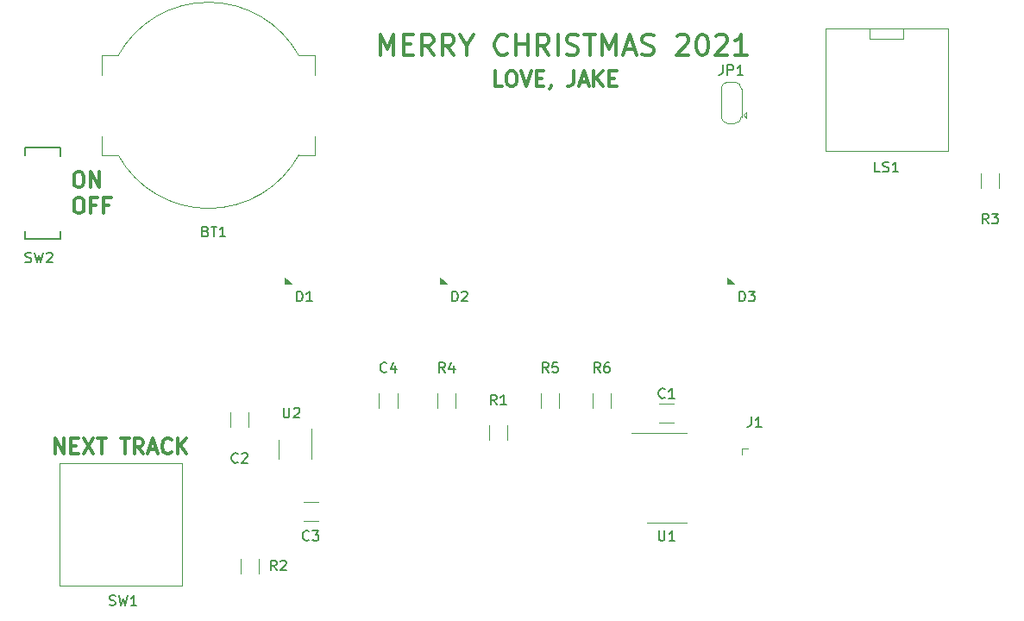
<source format=gto>
%TF.GenerationSoftware,KiCad,Pcbnew,(5.1.9)-1*%
%TF.CreationDate,2021-11-29T08:04:12-06:00*%
%TF.ProjectId,chrimbus2021,63687269-6d62-4757-9332-3032312e6b69,rev?*%
%TF.SameCoordinates,Original*%
%TF.FileFunction,Legend,Top*%
%TF.FilePolarity,Positive*%
%FSLAX46Y46*%
G04 Gerber Fmt 4.6, Leading zero omitted, Abs format (unit mm)*
G04 Created by KiCad (PCBNEW (5.1.9)-1) date 2021-11-29 08:04:12*
%MOMM*%
%LPD*%
G01*
G04 APERTURE LIST*
%ADD10C,0.300000*%
%ADD11C,0.120000*%
%ADD12C,0.127000*%
%ADD13C,0.100000*%
%ADD14C,0.150000*%
G04 APERTURE END LIST*
D10*
X101973714Y-80942571D02*
X101259428Y-80942571D01*
X101259428Y-79442571D01*
X102759428Y-79442571D02*
X103045142Y-79442571D01*
X103188000Y-79514000D01*
X103330857Y-79656857D01*
X103402285Y-79942571D01*
X103402285Y-80442571D01*
X103330857Y-80728285D01*
X103188000Y-80871142D01*
X103045142Y-80942571D01*
X102759428Y-80942571D01*
X102616571Y-80871142D01*
X102473714Y-80728285D01*
X102402285Y-80442571D01*
X102402285Y-79942571D01*
X102473714Y-79656857D01*
X102616571Y-79514000D01*
X102759428Y-79442571D01*
X103830857Y-79442571D02*
X104330857Y-80942571D01*
X104830857Y-79442571D01*
X105330857Y-80156857D02*
X105830857Y-80156857D01*
X106045142Y-80942571D02*
X105330857Y-80942571D01*
X105330857Y-79442571D01*
X106045142Y-79442571D01*
X106759428Y-80871142D02*
X106759428Y-80942571D01*
X106688000Y-81085428D01*
X106616571Y-81156857D01*
X108973714Y-79442571D02*
X108973714Y-80514000D01*
X108902285Y-80728285D01*
X108759428Y-80871142D01*
X108545142Y-80942571D01*
X108402285Y-80942571D01*
X109616571Y-80514000D02*
X110330857Y-80514000D01*
X109473714Y-80942571D02*
X109973714Y-79442571D01*
X110473714Y-80942571D01*
X110973714Y-80942571D02*
X110973714Y-79442571D01*
X111830857Y-80942571D02*
X111188000Y-80085428D01*
X111830857Y-79442571D02*
X110973714Y-80299714D01*
X112473714Y-80156857D02*
X112973714Y-80156857D01*
X113188000Y-80942571D02*
X112473714Y-80942571D01*
X112473714Y-79442571D01*
X113188000Y-79442571D01*
X89997619Y-77866761D02*
X89997619Y-75866761D01*
X90664285Y-77295333D01*
X91330952Y-75866761D01*
X91330952Y-77866761D01*
X92283333Y-76819142D02*
X92950000Y-76819142D01*
X93235714Y-77866761D02*
X92283333Y-77866761D01*
X92283333Y-75866761D01*
X93235714Y-75866761D01*
X95235714Y-77866761D02*
X94569047Y-76914380D01*
X94092857Y-77866761D02*
X94092857Y-75866761D01*
X94854761Y-75866761D01*
X95045238Y-75962000D01*
X95140476Y-76057238D01*
X95235714Y-76247714D01*
X95235714Y-76533428D01*
X95140476Y-76723904D01*
X95045238Y-76819142D01*
X94854761Y-76914380D01*
X94092857Y-76914380D01*
X97235714Y-77866761D02*
X96569047Y-76914380D01*
X96092857Y-77866761D02*
X96092857Y-75866761D01*
X96854761Y-75866761D01*
X97045238Y-75962000D01*
X97140476Y-76057238D01*
X97235714Y-76247714D01*
X97235714Y-76533428D01*
X97140476Y-76723904D01*
X97045238Y-76819142D01*
X96854761Y-76914380D01*
X96092857Y-76914380D01*
X98473809Y-76914380D02*
X98473809Y-77866761D01*
X97807142Y-75866761D02*
X98473809Y-76914380D01*
X99140476Y-75866761D01*
X102473809Y-77676285D02*
X102378571Y-77771523D01*
X102092857Y-77866761D01*
X101902380Y-77866761D01*
X101616666Y-77771523D01*
X101426190Y-77581047D01*
X101330952Y-77390571D01*
X101235714Y-77009619D01*
X101235714Y-76723904D01*
X101330952Y-76342952D01*
X101426190Y-76152476D01*
X101616666Y-75962000D01*
X101902380Y-75866761D01*
X102092857Y-75866761D01*
X102378571Y-75962000D01*
X102473809Y-76057238D01*
X103330952Y-77866761D02*
X103330952Y-75866761D01*
X103330952Y-76819142D02*
X104473809Y-76819142D01*
X104473809Y-77866761D02*
X104473809Y-75866761D01*
X106569047Y-77866761D02*
X105902380Y-76914380D01*
X105426190Y-77866761D02*
X105426190Y-75866761D01*
X106188095Y-75866761D01*
X106378571Y-75962000D01*
X106473809Y-76057238D01*
X106569047Y-76247714D01*
X106569047Y-76533428D01*
X106473809Y-76723904D01*
X106378571Y-76819142D01*
X106188095Y-76914380D01*
X105426190Y-76914380D01*
X107426190Y-77866761D02*
X107426190Y-75866761D01*
X108283333Y-77771523D02*
X108569047Y-77866761D01*
X109045238Y-77866761D01*
X109235714Y-77771523D01*
X109330952Y-77676285D01*
X109426190Y-77485809D01*
X109426190Y-77295333D01*
X109330952Y-77104857D01*
X109235714Y-77009619D01*
X109045238Y-76914380D01*
X108664285Y-76819142D01*
X108473809Y-76723904D01*
X108378571Y-76628666D01*
X108283333Y-76438190D01*
X108283333Y-76247714D01*
X108378571Y-76057238D01*
X108473809Y-75962000D01*
X108664285Y-75866761D01*
X109140476Y-75866761D01*
X109426190Y-75962000D01*
X109997619Y-75866761D02*
X111140476Y-75866761D01*
X110569047Y-77866761D02*
X110569047Y-75866761D01*
X111807142Y-77866761D02*
X111807142Y-75866761D01*
X112473809Y-77295333D01*
X113140476Y-75866761D01*
X113140476Y-77866761D01*
X113997619Y-77295333D02*
X114949999Y-77295333D01*
X113807142Y-77866761D02*
X114473809Y-75866761D01*
X115140476Y-77866761D01*
X115711904Y-77771523D02*
X115997619Y-77866761D01*
X116473809Y-77866761D01*
X116664285Y-77771523D01*
X116759523Y-77676285D01*
X116854761Y-77485809D01*
X116854761Y-77295333D01*
X116759523Y-77104857D01*
X116664285Y-77009619D01*
X116473809Y-76914380D01*
X116092857Y-76819142D01*
X115902380Y-76723904D01*
X115807142Y-76628666D01*
X115711904Y-76438190D01*
X115711904Y-76247714D01*
X115807142Y-76057238D01*
X115902380Y-75962000D01*
X116092857Y-75866761D01*
X116569047Y-75866761D01*
X116854761Y-75962000D01*
X119140476Y-76057238D02*
X119235714Y-75962000D01*
X119426190Y-75866761D01*
X119902380Y-75866761D01*
X120092857Y-75962000D01*
X120188095Y-76057238D01*
X120283333Y-76247714D01*
X120283333Y-76438190D01*
X120188095Y-76723904D01*
X119045238Y-77866761D01*
X120283333Y-77866761D01*
X121521428Y-75866761D02*
X121711904Y-75866761D01*
X121902380Y-75962000D01*
X121997619Y-76057238D01*
X122092857Y-76247714D01*
X122188095Y-76628666D01*
X122188095Y-77104857D01*
X122092857Y-77485809D01*
X121997619Y-77676285D01*
X121902380Y-77771523D01*
X121711904Y-77866761D01*
X121521428Y-77866761D01*
X121330952Y-77771523D01*
X121235714Y-77676285D01*
X121140476Y-77485809D01*
X121045238Y-77104857D01*
X121045238Y-76628666D01*
X121140476Y-76247714D01*
X121235714Y-76057238D01*
X121330952Y-75962000D01*
X121521428Y-75866761D01*
X122949999Y-76057238D02*
X123045238Y-75962000D01*
X123235714Y-75866761D01*
X123711904Y-75866761D01*
X123902380Y-75962000D01*
X123997619Y-76057238D01*
X124092857Y-76247714D01*
X124092857Y-76438190D01*
X123997619Y-76723904D01*
X122854761Y-77866761D01*
X124092857Y-77866761D01*
X125997619Y-77866761D02*
X124854761Y-77866761D01*
X125426190Y-77866761D02*
X125426190Y-75866761D01*
X125235714Y-76152476D01*
X125045238Y-76342952D01*
X124854761Y-76438190D01*
X58087428Y-117010571D02*
X58087428Y-115510571D01*
X58944571Y-117010571D01*
X58944571Y-115510571D01*
X59658857Y-116224857D02*
X60158857Y-116224857D01*
X60373142Y-117010571D02*
X59658857Y-117010571D01*
X59658857Y-115510571D01*
X60373142Y-115510571D01*
X60873142Y-115510571D02*
X61873142Y-117010571D01*
X61873142Y-115510571D02*
X60873142Y-117010571D01*
X62230285Y-115510571D02*
X63087428Y-115510571D01*
X62658857Y-117010571D02*
X62658857Y-115510571D01*
X64516000Y-115510571D02*
X65373142Y-115510571D01*
X64944571Y-117010571D02*
X64944571Y-115510571D01*
X66730285Y-117010571D02*
X66230285Y-116296285D01*
X65873142Y-117010571D02*
X65873142Y-115510571D01*
X66444571Y-115510571D01*
X66587428Y-115582000D01*
X66658857Y-115653428D01*
X66730285Y-115796285D01*
X66730285Y-116010571D01*
X66658857Y-116153428D01*
X66587428Y-116224857D01*
X66444571Y-116296285D01*
X65873142Y-116296285D01*
X67301714Y-116582000D02*
X68016000Y-116582000D01*
X67158857Y-117010571D02*
X67658857Y-115510571D01*
X68158857Y-117010571D01*
X69516000Y-116867714D02*
X69444571Y-116939142D01*
X69230285Y-117010571D01*
X69087428Y-117010571D01*
X68873142Y-116939142D01*
X68730285Y-116796285D01*
X68658857Y-116653428D01*
X68587428Y-116367714D01*
X68587428Y-116153428D01*
X68658857Y-115867714D01*
X68730285Y-115724857D01*
X68873142Y-115582000D01*
X69087428Y-115510571D01*
X69230285Y-115510571D01*
X69444571Y-115582000D01*
X69516000Y-115653428D01*
X70158857Y-117010571D02*
X70158857Y-115510571D01*
X71016000Y-117010571D02*
X70373142Y-116153428D01*
X71016000Y-115510571D02*
X70158857Y-116367714D01*
X60285428Y-89348571D02*
X60571142Y-89348571D01*
X60714000Y-89420000D01*
X60856857Y-89562857D01*
X60928285Y-89848571D01*
X60928285Y-90348571D01*
X60856857Y-90634285D01*
X60714000Y-90777142D01*
X60571142Y-90848571D01*
X60285428Y-90848571D01*
X60142571Y-90777142D01*
X59999714Y-90634285D01*
X59928285Y-90348571D01*
X59928285Y-89848571D01*
X59999714Y-89562857D01*
X60142571Y-89420000D01*
X60285428Y-89348571D01*
X61571142Y-90848571D02*
X61571142Y-89348571D01*
X62428285Y-90848571D01*
X62428285Y-89348571D01*
X60293428Y-91888571D02*
X60579142Y-91888571D01*
X60722000Y-91960000D01*
X60864857Y-92102857D01*
X60936285Y-92388571D01*
X60936285Y-92888571D01*
X60864857Y-93174285D01*
X60722000Y-93317142D01*
X60579142Y-93388571D01*
X60293428Y-93388571D01*
X60150571Y-93317142D01*
X60007714Y-93174285D01*
X59936285Y-92888571D01*
X59936285Y-92388571D01*
X60007714Y-92102857D01*
X60150571Y-91960000D01*
X60293428Y-91888571D01*
X62079142Y-92602857D02*
X61579142Y-92602857D01*
X61579142Y-93388571D02*
X61579142Y-91888571D01*
X62293428Y-91888571D01*
X63364857Y-92602857D02*
X62864857Y-92602857D01*
X62864857Y-93388571D02*
X62864857Y-91888571D01*
X63579142Y-91888571D01*
D11*
%TO.C,C1*%
X118821252Y-113940000D02*
X117398748Y-113940000D01*
X118821252Y-112120000D02*
X117398748Y-112120000D01*
D12*
%TO.C,SW2*%
X55146000Y-95940000D02*
X55146000Y-95140000D01*
X58646000Y-95940000D02*
X55146000Y-95940000D01*
X58646000Y-95140000D02*
X58646000Y-95940000D01*
X55146000Y-86940000D02*
X55146000Y-87740000D01*
X58646000Y-86940000D02*
X55146000Y-86940000D01*
X58646000Y-87790000D02*
X58646000Y-86940000D01*
D11*
%TO.C,U2*%
X80051000Y-115686000D02*
X80051000Y-117486000D01*
X83271000Y-117486000D02*
X83271000Y-114536000D01*
%TO.C,U1*%
X118110000Y-123815000D02*
X120060000Y-123815000D01*
X118110000Y-123815000D02*
X116160000Y-123815000D01*
X118110000Y-114945000D02*
X120060000Y-114945000D01*
X118110000Y-114945000D02*
X114660000Y-114945000D01*
%TO.C,SW1*%
X58516000Y-117952000D02*
X58516000Y-129952000D01*
X58516000Y-129952000D02*
X70516000Y-129952000D01*
X70516000Y-129952000D02*
X70516000Y-117952000D01*
X70516000Y-117952000D02*
X58516000Y-117952000D01*
%TO.C,R6*%
X112670000Y-111032936D02*
X112670000Y-112487064D01*
X110850000Y-111032936D02*
X110850000Y-112487064D01*
%TO.C,R5*%
X107590000Y-111032936D02*
X107590000Y-112487064D01*
X105770000Y-111032936D02*
X105770000Y-112487064D01*
%TO.C,R4*%
X97430000Y-111032936D02*
X97430000Y-112487064D01*
X95610000Y-111032936D02*
X95610000Y-112487064D01*
%TO.C,R3*%
X150770000Y-89442936D02*
X150770000Y-90897064D01*
X148950000Y-89442936D02*
X148950000Y-90897064D01*
%TO.C,R2*%
X78126000Y-127288936D02*
X78126000Y-128743064D01*
X76306000Y-127288936D02*
X76306000Y-128743064D01*
%TO.C,R1*%
X100690000Y-115662064D02*
X100690000Y-114207936D01*
X102510000Y-115662064D02*
X102510000Y-114207936D01*
%TO.C,LS1*%
X141350000Y-76280000D02*
X141350000Y-75280000D01*
X138050000Y-76280000D02*
X141350000Y-76280000D01*
X138050000Y-75280000D02*
X138050000Y-76280000D01*
X133700000Y-87280000D02*
X133700000Y-75280000D01*
X145700000Y-87280000D02*
X133700000Y-87280000D01*
X145700000Y-75280000D02*
X145700000Y-87280000D01*
X133700000Y-75280000D02*
X145700000Y-75280000D01*
%TO.C,JP1*%
X125660000Y-83750000D02*
X125960000Y-83450000D01*
X125960000Y-84050000D02*
X125960000Y-83450000D01*
X125660000Y-83750000D02*
X125960000Y-84050000D01*
X124760000Y-84600000D02*
X124160000Y-84600000D01*
X125460000Y-81150000D02*
X125460000Y-83950000D01*
X124160000Y-80500000D02*
X124760000Y-80500000D01*
X123460000Y-83950000D02*
X123460000Y-81150000D01*
X124160000Y-84600000D02*
G75*
G02*
X123460000Y-83900000I0J700000D01*
G01*
X125460000Y-83900000D02*
G75*
G02*
X124760000Y-84600000I-700000J0D01*
G01*
X124760000Y-80500000D02*
G75*
G02*
X125460000Y-81200000I0J-700000D01*
G01*
X123460000Y-81200000D02*
G75*
G02*
X124160000Y-80500000I700000J0D01*
G01*
%TO.C,J1*%
X125476000Y-116459000D02*
X126111000Y-116459000D01*
X125476000Y-117094000D02*
X125476000Y-116459000D01*
D13*
%TO.C,D3*%
G36*
X124714000Y-100330000D02*
G01*
X124079000Y-100330000D01*
X124079000Y-99695000D01*
X124714000Y-100330000D01*
G37*
X124714000Y-100330000D02*
X124079000Y-100330000D01*
X124079000Y-99695000D01*
X124714000Y-100330000D01*
%TO.C,D2*%
G36*
X96520000Y-100330000D02*
G01*
X95885000Y-100330000D01*
X95885000Y-99695000D01*
X96520000Y-100330000D01*
G37*
X96520000Y-100330000D02*
X95885000Y-100330000D01*
X95885000Y-99695000D01*
X96520000Y-100330000D01*
%TO.C,D1*%
G36*
X81280000Y-100330000D02*
G01*
X80645000Y-100330000D01*
X80645000Y-99695000D01*
X81280000Y-100330000D01*
G37*
X81280000Y-100330000D02*
X80645000Y-100330000D01*
X80645000Y-99695000D01*
X81280000Y-100330000D01*
D11*
%TO.C,C4*%
X89895000Y-112471252D02*
X89895000Y-111048748D01*
X91715000Y-112471252D02*
X91715000Y-111048748D01*
%TO.C,C3*%
X82473748Y-121772000D02*
X83896252Y-121772000D01*
X82473748Y-123592000D02*
X83896252Y-123592000D01*
%TO.C,C2*%
X75290000Y-114376252D02*
X75290000Y-112953748D01*
X77110000Y-114376252D02*
X77110000Y-112953748D01*
%TO.C,BT1*%
X62682000Y-77919000D02*
X64289090Y-77919000D01*
X62682000Y-79804000D02*
X62682000Y-77919000D01*
X83622000Y-79804000D02*
X83622000Y-77919000D01*
X62682000Y-85804000D02*
X62682000Y-87689000D01*
X83622000Y-85804000D02*
X83622000Y-87689000D01*
X83622000Y-77919000D02*
X82014910Y-77919000D01*
X62682000Y-87689000D02*
X64289090Y-87689000D01*
X83622000Y-87689000D02*
X82014910Y-87689000D01*
X82017021Y-87685168D02*
G75*
G02*
X64289090Y-87689000I-8865021J4881168D01*
G01*
X64289090Y-77919000D02*
G75*
G02*
X82014910Y-77919000I8862910J-4885000D01*
G01*
%TO.C,C1*%
D14*
X117943333Y-111482142D02*
X117895714Y-111529761D01*
X117752857Y-111577380D01*
X117657619Y-111577380D01*
X117514761Y-111529761D01*
X117419523Y-111434523D01*
X117371904Y-111339285D01*
X117324285Y-111148809D01*
X117324285Y-111005952D01*
X117371904Y-110815476D01*
X117419523Y-110720238D01*
X117514761Y-110625000D01*
X117657619Y-110577380D01*
X117752857Y-110577380D01*
X117895714Y-110625000D01*
X117943333Y-110672619D01*
X118895714Y-111577380D02*
X118324285Y-111577380D01*
X118610000Y-111577380D02*
X118610000Y-110577380D01*
X118514761Y-110720238D01*
X118419523Y-110815476D01*
X118324285Y-110863095D01*
%TO.C,SW2*%
X55181666Y-98194761D02*
X55324523Y-98242380D01*
X55562619Y-98242380D01*
X55657857Y-98194761D01*
X55705476Y-98147142D01*
X55753095Y-98051904D01*
X55753095Y-97956666D01*
X55705476Y-97861428D01*
X55657857Y-97813809D01*
X55562619Y-97766190D01*
X55372142Y-97718571D01*
X55276904Y-97670952D01*
X55229285Y-97623333D01*
X55181666Y-97528095D01*
X55181666Y-97432857D01*
X55229285Y-97337619D01*
X55276904Y-97290000D01*
X55372142Y-97242380D01*
X55610238Y-97242380D01*
X55753095Y-97290000D01*
X56086428Y-97242380D02*
X56324523Y-98242380D01*
X56515000Y-97528095D01*
X56705476Y-98242380D01*
X56943571Y-97242380D01*
X57276904Y-97337619D02*
X57324523Y-97290000D01*
X57419761Y-97242380D01*
X57657857Y-97242380D01*
X57753095Y-97290000D01*
X57800714Y-97337619D01*
X57848333Y-97432857D01*
X57848333Y-97528095D01*
X57800714Y-97670952D01*
X57229285Y-98242380D01*
X57848333Y-98242380D01*
%TO.C,U2*%
X80518095Y-112482380D02*
X80518095Y-113291904D01*
X80565714Y-113387142D01*
X80613333Y-113434761D01*
X80708571Y-113482380D01*
X80899047Y-113482380D01*
X80994285Y-113434761D01*
X81041904Y-113387142D01*
X81089523Y-113291904D01*
X81089523Y-112482380D01*
X81518095Y-112577619D02*
X81565714Y-112530000D01*
X81660952Y-112482380D01*
X81899047Y-112482380D01*
X81994285Y-112530000D01*
X82041904Y-112577619D01*
X82089523Y-112672857D01*
X82089523Y-112768095D01*
X82041904Y-112910952D01*
X81470476Y-113482380D01*
X82089523Y-113482380D01*
%TO.C,U1*%
X117348095Y-124547380D02*
X117348095Y-125356904D01*
X117395714Y-125452142D01*
X117443333Y-125499761D01*
X117538571Y-125547380D01*
X117729047Y-125547380D01*
X117824285Y-125499761D01*
X117871904Y-125452142D01*
X117919523Y-125356904D01*
X117919523Y-124547380D01*
X118919523Y-125547380D02*
X118348095Y-125547380D01*
X118633809Y-125547380D02*
X118633809Y-124547380D01*
X118538571Y-124690238D01*
X118443333Y-124785476D01*
X118348095Y-124833095D01*
%TO.C,SW1*%
X63436666Y-131849761D02*
X63579523Y-131897380D01*
X63817619Y-131897380D01*
X63912857Y-131849761D01*
X63960476Y-131802142D01*
X64008095Y-131706904D01*
X64008095Y-131611666D01*
X63960476Y-131516428D01*
X63912857Y-131468809D01*
X63817619Y-131421190D01*
X63627142Y-131373571D01*
X63531904Y-131325952D01*
X63484285Y-131278333D01*
X63436666Y-131183095D01*
X63436666Y-131087857D01*
X63484285Y-130992619D01*
X63531904Y-130945000D01*
X63627142Y-130897380D01*
X63865238Y-130897380D01*
X64008095Y-130945000D01*
X64341428Y-130897380D02*
X64579523Y-131897380D01*
X64770000Y-131183095D01*
X64960476Y-131897380D01*
X65198571Y-130897380D01*
X66103333Y-131897380D02*
X65531904Y-131897380D01*
X65817619Y-131897380D02*
X65817619Y-130897380D01*
X65722380Y-131040238D01*
X65627142Y-131135476D01*
X65531904Y-131183095D01*
%TO.C,R6*%
X111593333Y-109037380D02*
X111260000Y-108561190D01*
X111021904Y-109037380D02*
X111021904Y-108037380D01*
X111402857Y-108037380D01*
X111498095Y-108085000D01*
X111545714Y-108132619D01*
X111593333Y-108227857D01*
X111593333Y-108370714D01*
X111545714Y-108465952D01*
X111498095Y-108513571D01*
X111402857Y-108561190D01*
X111021904Y-108561190D01*
X112450476Y-108037380D02*
X112260000Y-108037380D01*
X112164761Y-108085000D01*
X112117142Y-108132619D01*
X112021904Y-108275476D01*
X111974285Y-108465952D01*
X111974285Y-108846904D01*
X112021904Y-108942142D01*
X112069523Y-108989761D01*
X112164761Y-109037380D01*
X112355238Y-109037380D01*
X112450476Y-108989761D01*
X112498095Y-108942142D01*
X112545714Y-108846904D01*
X112545714Y-108608809D01*
X112498095Y-108513571D01*
X112450476Y-108465952D01*
X112355238Y-108418333D01*
X112164761Y-108418333D01*
X112069523Y-108465952D01*
X112021904Y-108513571D01*
X111974285Y-108608809D01*
%TO.C,R5*%
X106513333Y-109037380D02*
X106180000Y-108561190D01*
X105941904Y-109037380D02*
X105941904Y-108037380D01*
X106322857Y-108037380D01*
X106418095Y-108085000D01*
X106465714Y-108132619D01*
X106513333Y-108227857D01*
X106513333Y-108370714D01*
X106465714Y-108465952D01*
X106418095Y-108513571D01*
X106322857Y-108561190D01*
X105941904Y-108561190D01*
X107418095Y-108037380D02*
X106941904Y-108037380D01*
X106894285Y-108513571D01*
X106941904Y-108465952D01*
X107037142Y-108418333D01*
X107275238Y-108418333D01*
X107370476Y-108465952D01*
X107418095Y-108513571D01*
X107465714Y-108608809D01*
X107465714Y-108846904D01*
X107418095Y-108942142D01*
X107370476Y-108989761D01*
X107275238Y-109037380D01*
X107037142Y-109037380D01*
X106941904Y-108989761D01*
X106894285Y-108942142D01*
%TO.C,R4*%
X96353333Y-109037380D02*
X96020000Y-108561190D01*
X95781904Y-109037380D02*
X95781904Y-108037380D01*
X96162857Y-108037380D01*
X96258095Y-108085000D01*
X96305714Y-108132619D01*
X96353333Y-108227857D01*
X96353333Y-108370714D01*
X96305714Y-108465952D01*
X96258095Y-108513571D01*
X96162857Y-108561190D01*
X95781904Y-108561190D01*
X97210476Y-108370714D02*
X97210476Y-109037380D01*
X96972380Y-107989761D02*
X96734285Y-108704047D01*
X97353333Y-108704047D01*
%TO.C,R3*%
X149693333Y-94432380D02*
X149360000Y-93956190D01*
X149121904Y-94432380D02*
X149121904Y-93432380D01*
X149502857Y-93432380D01*
X149598095Y-93480000D01*
X149645714Y-93527619D01*
X149693333Y-93622857D01*
X149693333Y-93765714D01*
X149645714Y-93860952D01*
X149598095Y-93908571D01*
X149502857Y-93956190D01*
X149121904Y-93956190D01*
X150026666Y-93432380D02*
X150645714Y-93432380D01*
X150312380Y-93813333D01*
X150455238Y-93813333D01*
X150550476Y-93860952D01*
X150598095Y-93908571D01*
X150645714Y-94003809D01*
X150645714Y-94241904D01*
X150598095Y-94337142D01*
X150550476Y-94384761D01*
X150455238Y-94432380D01*
X150169523Y-94432380D01*
X150074285Y-94384761D01*
X150026666Y-94337142D01*
%TO.C,R2*%
X79843333Y-128468380D02*
X79510000Y-127992190D01*
X79271904Y-128468380D02*
X79271904Y-127468380D01*
X79652857Y-127468380D01*
X79748095Y-127516000D01*
X79795714Y-127563619D01*
X79843333Y-127658857D01*
X79843333Y-127801714D01*
X79795714Y-127896952D01*
X79748095Y-127944571D01*
X79652857Y-127992190D01*
X79271904Y-127992190D01*
X80224285Y-127563619D02*
X80271904Y-127516000D01*
X80367142Y-127468380D01*
X80605238Y-127468380D01*
X80700476Y-127516000D01*
X80748095Y-127563619D01*
X80795714Y-127658857D01*
X80795714Y-127754095D01*
X80748095Y-127896952D01*
X80176666Y-128468380D01*
X80795714Y-128468380D01*
%TO.C,R1*%
X101433333Y-112212380D02*
X101100000Y-111736190D01*
X100861904Y-112212380D02*
X100861904Y-111212380D01*
X101242857Y-111212380D01*
X101338095Y-111260000D01*
X101385714Y-111307619D01*
X101433333Y-111402857D01*
X101433333Y-111545714D01*
X101385714Y-111640952D01*
X101338095Y-111688571D01*
X101242857Y-111736190D01*
X100861904Y-111736190D01*
X102385714Y-112212380D02*
X101814285Y-112212380D01*
X102100000Y-112212380D02*
X102100000Y-111212380D01*
X102004761Y-111355238D01*
X101909523Y-111450476D01*
X101814285Y-111498095D01*
%TO.C,LS1*%
X139057142Y-89352380D02*
X138580952Y-89352380D01*
X138580952Y-88352380D01*
X139342857Y-89304761D02*
X139485714Y-89352380D01*
X139723809Y-89352380D01*
X139819047Y-89304761D01*
X139866666Y-89257142D01*
X139914285Y-89161904D01*
X139914285Y-89066666D01*
X139866666Y-88971428D01*
X139819047Y-88923809D01*
X139723809Y-88876190D01*
X139533333Y-88828571D01*
X139438095Y-88780952D01*
X139390476Y-88733333D01*
X139342857Y-88638095D01*
X139342857Y-88542857D01*
X139390476Y-88447619D01*
X139438095Y-88400000D01*
X139533333Y-88352380D01*
X139771428Y-88352380D01*
X139914285Y-88400000D01*
X140866666Y-89352380D02*
X140295238Y-89352380D01*
X140580952Y-89352380D02*
X140580952Y-88352380D01*
X140485714Y-88495238D01*
X140390476Y-88590476D01*
X140295238Y-88638095D01*
%TO.C,JP1*%
X123626666Y-78827380D02*
X123626666Y-79541666D01*
X123579047Y-79684523D01*
X123483809Y-79779761D01*
X123340952Y-79827380D01*
X123245714Y-79827380D01*
X124102857Y-79827380D02*
X124102857Y-78827380D01*
X124483809Y-78827380D01*
X124579047Y-78875000D01*
X124626666Y-78922619D01*
X124674285Y-79017857D01*
X124674285Y-79160714D01*
X124626666Y-79255952D01*
X124579047Y-79303571D01*
X124483809Y-79351190D01*
X124102857Y-79351190D01*
X125626666Y-79827380D02*
X125055238Y-79827380D01*
X125340952Y-79827380D02*
X125340952Y-78827380D01*
X125245714Y-78970238D01*
X125150476Y-79065476D01*
X125055238Y-79113095D01*
%TO.C,J1*%
X126412666Y-113371380D02*
X126412666Y-114085666D01*
X126365047Y-114228523D01*
X126269809Y-114323761D01*
X126126952Y-114371380D01*
X126031714Y-114371380D01*
X127412666Y-114371380D02*
X126841238Y-114371380D01*
X127126952Y-114371380D02*
X127126952Y-113371380D01*
X127031714Y-113514238D01*
X126936476Y-113609476D01*
X126841238Y-113657095D01*
%TO.C,D3*%
X125245904Y-102052380D02*
X125245904Y-101052380D01*
X125484000Y-101052380D01*
X125626857Y-101100000D01*
X125722095Y-101195238D01*
X125769714Y-101290476D01*
X125817333Y-101480952D01*
X125817333Y-101623809D01*
X125769714Y-101814285D01*
X125722095Y-101909523D01*
X125626857Y-102004761D01*
X125484000Y-102052380D01*
X125245904Y-102052380D01*
X126150666Y-101052380D02*
X126769714Y-101052380D01*
X126436380Y-101433333D01*
X126579238Y-101433333D01*
X126674476Y-101480952D01*
X126722095Y-101528571D01*
X126769714Y-101623809D01*
X126769714Y-101861904D01*
X126722095Y-101957142D01*
X126674476Y-102004761D01*
X126579238Y-102052380D01*
X126293523Y-102052380D01*
X126198285Y-102004761D01*
X126150666Y-101957142D01*
%TO.C,D2*%
X97051904Y-102052380D02*
X97051904Y-101052380D01*
X97290000Y-101052380D01*
X97432857Y-101100000D01*
X97528095Y-101195238D01*
X97575714Y-101290476D01*
X97623333Y-101480952D01*
X97623333Y-101623809D01*
X97575714Y-101814285D01*
X97528095Y-101909523D01*
X97432857Y-102004761D01*
X97290000Y-102052380D01*
X97051904Y-102052380D01*
X98004285Y-101147619D02*
X98051904Y-101100000D01*
X98147142Y-101052380D01*
X98385238Y-101052380D01*
X98480476Y-101100000D01*
X98528095Y-101147619D01*
X98575714Y-101242857D01*
X98575714Y-101338095D01*
X98528095Y-101480952D01*
X97956666Y-102052380D01*
X98575714Y-102052380D01*
%TO.C,D1*%
X81811904Y-102052380D02*
X81811904Y-101052380D01*
X82050000Y-101052380D01*
X82192857Y-101100000D01*
X82288095Y-101195238D01*
X82335714Y-101290476D01*
X82383333Y-101480952D01*
X82383333Y-101623809D01*
X82335714Y-101814285D01*
X82288095Y-101909523D01*
X82192857Y-102004761D01*
X82050000Y-102052380D01*
X81811904Y-102052380D01*
X83335714Y-102052380D02*
X82764285Y-102052380D01*
X83050000Y-102052380D02*
X83050000Y-101052380D01*
X82954761Y-101195238D01*
X82859523Y-101290476D01*
X82764285Y-101338095D01*
%TO.C,C4*%
X90638333Y-108942142D02*
X90590714Y-108989761D01*
X90447857Y-109037380D01*
X90352619Y-109037380D01*
X90209761Y-108989761D01*
X90114523Y-108894523D01*
X90066904Y-108799285D01*
X90019285Y-108608809D01*
X90019285Y-108465952D01*
X90066904Y-108275476D01*
X90114523Y-108180238D01*
X90209761Y-108085000D01*
X90352619Y-108037380D01*
X90447857Y-108037380D01*
X90590714Y-108085000D01*
X90638333Y-108132619D01*
X91495476Y-108370714D02*
X91495476Y-109037380D01*
X91257380Y-107989761D02*
X91019285Y-108704047D01*
X91638333Y-108704047D01*
%TO.C,C3*%
X83018333Y-125452142D02*
X82970714Y-125499761D01*
X82827857Y-125547380D01*
X82732619Y-125547380D01*
X82589761Y-125499761D01*
X82494523Y-125404523D01*
X82446904Y-125309285D01*
X82399285Y-125118809D01*
X82399285Y-124975952D01*
X82446904Y-124785476D01*
X82494523Y-124690238D01*
X82589761Y-124595000D01*
X82732619Y-124547380D01*
X82827857Y-124547380D01*
X82970714Y-124595000D01*
X83018333Y-124642619D01*
X83351666Y-124547380D02*
X83970714Y-124547380D01*
X83637380Y-124928333D01*
X83780238Y-124928333D01*
X83875476Y-124975952D01*
X83923095Y-125023571D01*
X83970714Y-125118809D01*
X83970714Y-125356904D01*
X83923095Y-125452142D01*
X83875476Y-125499761D01*
X83780238Y-125547380D01*
X83494523Y-125547380D01*
X83399285Y-125499761D01*
X83351666Y-125452142D01*
%TO.C,C2*%
X76033333Y-117832142D02*
X75985714Y-117879761D01*
X75842857Y-117927380D01*
X75747619Y-117927380D01*
X75604761Y-117879761D01*
X75509523Y-117784523D01*
X75461904Y-117689285D01*
X75414285Y-117498809D01*
X75414285Y-117355952D01*
X75461904Y-117165476D01*
X75509523Y-117070238D01*
X75604761Y-116975000D01*
X75747619Y-116927380D01*
X75842857Y-116927380D01*
X75985714Y-116975000D01*
X76033333Y-117022619D01*
X76414285Y-117022619D02*
X76461904Y-116975000D01*
X76557142Y-116927380D01*
X76795238Y-116927380D01*
X76890476Y-116975000D01*
X76938095Y-117022619D01*
X76985714Y-117117857D01*
X76985714Y-117213095D01*
X76938095Y-117355952D01*
X76366666Y-117927380D01*
X76985714Y-117927380D01*
%TO.C,BT1*%
X72874285Y-95178571D02*
X73017142Y-95226190D01*
X73064761Y-95273809D01*
X73112380Y-95369047D01*
X73112380Y-95511904D01*
X73064761Y-95607142D01*
X73017142Y-95654761D01*
X72921904Y-95702380D01*
X72540952Y-95702380D01*
X72540952Y-94702380D01*
X72874285Y-94702380D01*
X72969523Y-94750000D01*
X73017142Y-94797619D01*
X73064761Y-94892857D01*
X73064761Y-94988095D01*
X73017142Y-95083333D01*
X72969523Y-95130952D01*
X72874285Y-95178571D01*
X72540952Y-95178571D01*
X73398095Y-94702380D02*
X73969523Y-94702380D01*
X73683809Y-95702380D02*
X73683809Y-94702380D01*
X74826666Y-95702380D02*
X74255238Y-95702380D01*
X74540952Y-95702380D02*
X74540952Y-94702380D01*
X74445714Y-94845238D01*
X74350476Y-94940476D01*
X74255238Y-94988095D01*
%TD*%
M02*

</source>
